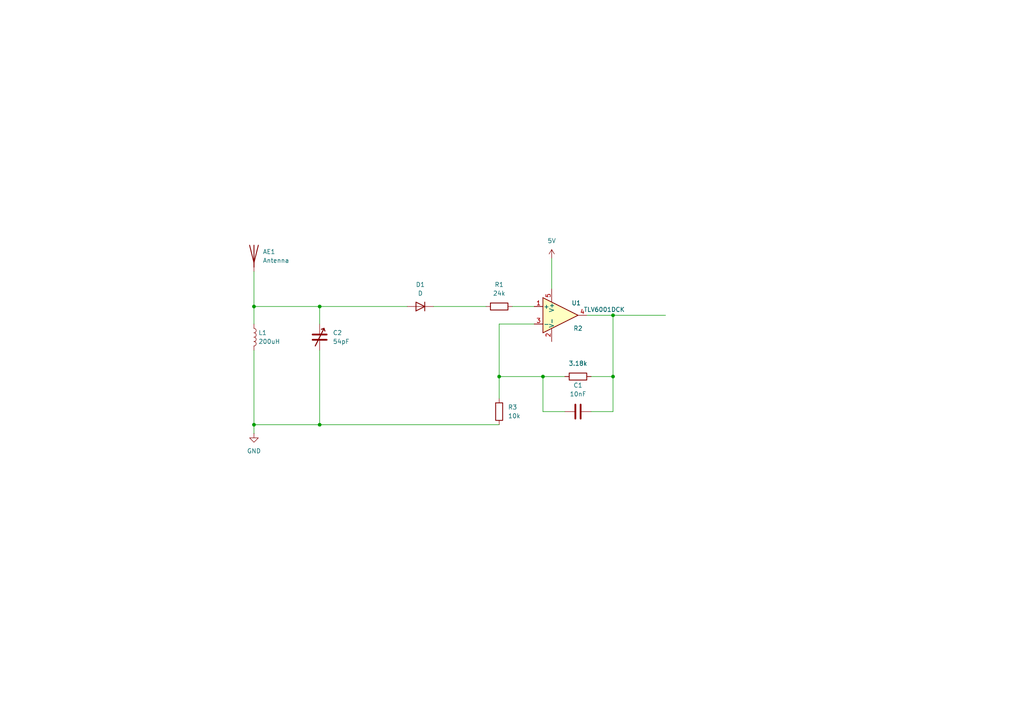
<source format=kicad_sch>
(kicad_sch (version 20231120) (generator "eeschema") (generator_version "8.0")
  (paper "A4")
  (lib_symbols
    (symbol "Amplifier_Operational:TLV6001DCK" (pin_names (offset 0.127))
      (property "Reference" "U" (at 7.62 2.54 0))
      (property "Value" "TLV6001DCK" (at 11.43 -2.54 0))
      (symbol "TLV6001DCK_0_1"
        (polyline (pts (xy -2.54 5.08) (xy -2.54 -5.08) (xy 7.62 0) (xy -2.54 5.08)) (stroke (width 0.254)) (fill (type background)))
      )
      (symbol "TLV6001DCK_1_1"
        (pin input line (at -5.08 2.54 0) (length 2.54) (name "+") (number "1"))
        (pin power_in line (at 0 -7.62 90) (length 3.81) (name "V-") (number "2"))
        (pin input line (at -5.08 -2.54 0) (length 2.54) (name "-") (number "3"))
        (pin output line (at 10.16 0 180) (length 2.54) (name "~") (number "4"))
        (pin power_in line (at 0 7.62 270) (length 3.81) (name "V+") (number "5"))
      )
    )
    (symbol "Device:Antenna" (pin_numbers hide) (pin_names (offset 1.016) hide)
      (property "Reference" "AE" (at -1.905 1.905 0))
      (property "Value" "Antenna" (at -1.905 0 0))
      (symbol "Antenna_0_1"
        (polyline (pts (xy 0 2.54) (xy 0 -3.81)) (stroke (width 0.254)))
        (polyline (pts (xy 1.27 2.54) (xy 0 -2.54) (xy -1.27 2.54)) (stroke (width 0.254)))
      )
      (symbol "Antenna_1_1"
        (pin input line (at 0 -5.08 90) (length 2.54) (name "A") (number "1"))
      )
    )
    (symbol "Device:C" (pin_numbers hide) (pin_names (offset 0.254))
      (property "Reference" "C" (at 0.635 2.54 0))
      (property "Value" "C" (at 0.635 -2.54 0))
      (symbol "C_0_1"
        (polyline (pts (xy -2.032 -0.762) (xy 2.032 -0.762)) (stroke (width 0.508)))
        (polyline (pts (xy -2.032 0.762) (xy 2.032 0.762)) (stroke (width 0.508)))
      )
      (symbol "C_1_1"
        (pin passive line (at 0 3.81 270) (length 2.794) (name "~") (number "1"))
        (pin passive line (at 0 -3.81 90) (length 2.794) (name "~") (number "2"))
      )
    )
    (symbol "Device:C_Variable" (pin_numbers hide) (pin_names (offset 0.254) hide)
      (property "Reference" "C" (at 0.635 -1.905 0))
      (property "Value" "C_Variable" (at 0.635 -3.81 0))
      (symbol "C_Variable_0_1"
        (polyline (pts (xy -2.032 -0.762) (xy 2.032 -0.762)) (stroke (width 0.508)))
        (polyline (pts (xy -2.032 0.762) (xy 2.032 0.762)) (stroke (width 0.508)))
        (polyline (pts (xy 1.27 2.54) (xy -1.27 -2.54)) (stroke (width 0.3048)))
        (polyline (pts (xy 1.27 2.54) (xy 0.508 2.286)) (stroke (width 0.3048)))
        (polyline (pts (xy 1.27 2.54) (xy 1.524 1.778)) (stroke (width 0.3048)))
      )
      (symbol "C_Variable_1_1"
        (pin passive line (at 0 3.81 270) (length 3.048) (name "~") (number "1"))
        (pin passive line (at 0 -3.81 90) (length 3.048) (name "~") (number "2"))
      )
    )
    (symbol "Device:D" (pin_numbers hide) (pin_names (offset 1.016) hide)
      (property "Reference" "D" (at 0 2.54 0))
      (property "Value" "D" (at 0 -2.54 0))
      (symbol "D_0_1"
        (polyline (pts (xy -1.27 1.27) (xy -1.27 -1.27)) (stroke (width 0.254)))
        (polyline (pts (xy 1.27 0) (xy -1.27 0)))
        (polyline (pts (xy 1.27 1.27) (xy 1.27 -1.27) (xy -1.27 0) (xy 1.27 1.27)) (stroke (width 0.254)))
      )
      (symbol "D_1_1"
        (pin passive line (at -3.81 0 0) (length 2.54) (name "K") (number "1"))
        (pin passive line (at 3.81 0 180) (length 2.54) (name "A") (number "2"))
      )
    )
    (symbol "Device:L" (pin_numbers hide) (pin_names (offset 1.016) hide)
      (property "Reference" "L" (at -1.27 0 90))
      (property "Value" "L" (at 1.905 0 90))
      (symbol "L_0_1"
        (arc (start 0 -2.54) (mid 0.6323 -1.905) (end 0 -1.27))
        (arc (start 0 -1.27) (mid 0.6323 -0.635) (end 0 0))
        (arc (start 0 0) (mid 0.6323 0.635) (end 0 1.27))
        (arc (start 0 1.27) (mid 0.6323 1.905) (end 0 2.54))
      )
      (symbol "L_1_1"
        (pin passive line (at 0 3.81 270) (length 1.27) (name "1") (number "1"))
        (pin passive line (at 0 -3.81 90) (length 1.27) (name "2") (number "2"))
      )
    )
    (symbol "Device:R" (pin_numbers hide) (pin_names (offset 0))
      (property "Reference" "R" (at 2.032 0 90))
      (property "Value" "R" (at 0 0 90))
      (symbol "R_0_1"
        (rectangle (start -1.016 -2.54) (end 1.016 2.54) (stroke (width 0.254)))
      )
      (symbol "R_1_1"
        (pin passive line (at 0 3.81 270) (length 1.27) (name "~") (number "1"))
        (pin passive line (at 0 -3.81 90) (length 1.27) (name "~") (number "2"))
      )
    )
    (symbol "power:GND" (power) (pin_numbers hide) (pin_names (offset 0) hide)
      (property "Value" "GND" (at 0 -3.81 0))
      (symbol "GND_0_1"
        (polyline (pts (xy 0 0) (xy 0 -1.27) (xy 1.27 -1.27) (xy 0 -2.54) (xy -1.27 -1.27) (xy 0 -1.27)))
      )
      (symbol "GND_1_1"
        (pin power_in line (at 0 0 270) (length 0) (name "~") (number "1"))
      )
    )
    (symbol "power:VDD" (power) (pin_numbers hide) (pin_names (offset 0) hide)
      (property "Value" "VDD" (at 0 3.556 0))
      (symbol "VDD_0_1"
        (polyline (pts (xy -0.762 1.27) (xy 0 2.54)))
        (polyline (pts (xy 0 0) (xy 0 2.54)))
        (polyline (pts (xy 0 2.54) (xy 0.762 1.27)))
      )
      (symbol "VDD_1_1"
        (pin power_in line (at 0 0 90) (length 0) (name "~") (number "1"))
      )
    )
  )
  (junction (at 144.78 109.22))
  (junction (at 157.48 109.22))
  (junction (at 73.66 123.19))
  (junction (at 92.71 123.19))
  (junction (at 177.8 109.22))
  (junction (at 73.66 88.9))
  (junction (at 177.8 91.44))
  (junction (at 92.71 88.9))
  (wire (pts (xy 148.59 88.9) (xy 154.94 88.9)))
  (wire (pts (xy 160.02 74.93) (xy 160.02 83.82)))
  (wire (pts (xy 92.71 93.98) (xy 92.71 88.9)))
  (wire (pts (xy 73.66 101.6) (xy 73.66 123.19)))
  (wire (pts (xy 144.78 93.98) (xy 154.94 93.98)))
  (wire (pts (xy 92.71 88.9) (xy 73.66 88.9)))
  (wire (pts (xy 144.78 93.98) (xy 144.78 109.22)))
  (wire (pts (xy 171.45 119.38) (xy 177.8 119.38)))
  (wire (pts (xy 157.48 109.22) (xy 163.83 109.22)))
  (wire (pts (xy 144.78 109.22) (xy 144.78 115.57)))
  (wire (pts (xy 73.66 123.19) (xy 73.66 125.73)))
  (wire (pts (xy 157.48 109.22) (xy 157.48 119.38)))
  (wire (pts (xy 171.45 109.22) (xy 177.8 109.22)))
  (wire (pts (xy 92.71 123.19) (xy 73.66 123.19)))
  (wire (pts (xy 73.66 78.74) (xy 73.66 88.9)))
  (wire (pts (xy 144.78 123.19) (xy 92.71 123.19)))
  (wire (pts (xy 92.71 88.9) (xy 118.11 88.9)))
  (wire (pts (xy 177.8 91.44) (xy 193.04 91.44)))
  (wire (pts (xy 144.78 109.22) (xy 157.48 109.22)))
  (wire (pts (xy 73.66 88.9) (xy 73.66 93.98)))
  (wire (pts (xy 125.73 88.9) (xy 140.97 88.9)))
  (wire (pts (xy 170.18 91.44) (xy 177.8 91.44)))
  (wire (pts (xy 92.71 101.6) (xy 92.71 123.19)))
  (wire (pts (xy 177.8 91.44) (xy 177.8 109.22)))
  (wire (pts (xy 157.48 119.38) (xy 163.83 119.38)))
  (wire (pts (xy 177.8 109.22) (xy 177.8 119.38)))
  (symbol (lib_id "Amplifier_Operational:TLV6001DCK") (at 160.02 91.44 0) (unit 1)
    (property "Reference" "U1" (at 167.132 87.884 0))
    (property "Value" "TLV6001DCK" (at 175.26 89.789 0))
    (property "Footprint" "Package_TO_SOT_SMD:SOT-353_SC-70-5" (effects (hide yes)))
    (property "Datasheet" "http://www.ti.com/lit/ds/symlink/tlv6001.pdf" (effects (hide yes)))
    (property "Description" "Low-power, Rail-to-rail, 1MHz Operational Amplifier, SOT-353" (effects (hide yes)))
  )
  (symbol (lib_id "Device:Antenna") (at 73.66 73.66 0) (unit 1)
    (property "Reference" "AE1" (at 76.2 73.0249 0) (effects (justify left)))
    (property "Value" "Antenna" (at 76.2 75.5649 0) (effects (justify left)))
    (property "Description" "Antenna" (effects (hide yes)))
    (property "Sim.Device" "L" (effects (hide yes)))
    (property "Sim.Pins" "1=+" (effects (hide yes)))
    (property "Sim.Params" "l=\"\"" (effects (hide yes)))
  )
  (symbol (lib_id "Device:D") (at 121.92 88.9 180) (unit 1)
    (property "Reference" "D1" (at 121.92 82.55 0))
    (property "Value" "D" (at 121.92 85.09 0))
    (property "Description" "Diode" (effects (hide yes)))
    (property "Sim.Device" "D" (effects (hide yes)))
    (property "Sim.Pins" "1=K 2=A" (effects (hide yes)))
  )
  (symbol (lib_id "power:VDD") (at 160.02 74.93 0) (unit 1)
    (property "Reference" "#PWR02" (effects (hide yes)))
    (property "Value" "5V" (at 160.02 69.85 0))
    (property "Description" "Power symbol creates a global label with name \"VDD\"" (effects (hide yes)))
  )
  (symbol (lib_id "Device:R") (at 167.64 109.22 90) (unit 1)
    (property "Reference" "R2" (at 167.64 95.25 90))
    (property "Value" "3.18k" (at 167.64 105.41 90))
    (property "Description" "Resistor" (effects (hide yes)))
  )
  (symbol (lib_id "Device:C_Variable") (at 92.71 97.79 0) (unit 1)
    (property "Reference" "C2" (at 96.52 96.5199 0) (effects (justify left)))
    (property "Value" "54pF" (at 96.52 99.0599 0) (effects (justify left)))
    (property "Description" "Variable capacitor" (effects (hide yes)))
  )
  (symbol (lib_id "power:GND") (at 73.66 125.73 0) (unit 1)
    (property "Reference" "#PWR01" (effects (hide yes)))
    (property "Value" "GND" (at 73.66 130.81 0))
    (property "Description" "Power symbol creates a global label with name \"GND\" , ground" (effects (hide yes)))
  )
  (symbol (lib_id "Device:L") (at 73.66 97.79 0) (unit 1)
    (property "Reference" "L1" (at 74.93 96.5199 0) (effects (justify left)))
    (property "Value" "200uH" (at 74.93 99.0599 0) (effects (justify left)))
    (property "Description" "Inductor" (effects (hide yes)))
  )
  (symbol (lib_id "Device:R") (at 144.78 119.38 0) (unit 1)
    (property "Reference" "R3" (at 147.32 118.1099 0) (effects (justify left)))
    (property "Value" "10k" (at 147.32 120.6499 0) (effects (justify left)))
    (property "Description" "Resistor" (effects (hide yes)))
  )
  (symbol (lib_id "Device:C") (at 167.64 119.38 90) (unit 1)
    (property "Reference" "C1" (at 167.64 111.76 90))
    (property "Value" "10nF" (at 167.64 114.3 90))
    (property "Description" "Unpolarized capacitor" (effects (hide yes)))
  )
  (symbol (lib_id "Device:R") (at 144.78 88.9 270) (unit 1)
    (property "Reference" "R1" (at 144.78 82.55 90))
    (property "Value" "24k" (at 144.78 85.09 90))
    (property "Description" "Resistor" (effects (hide yes)))
  )
)
</source>
